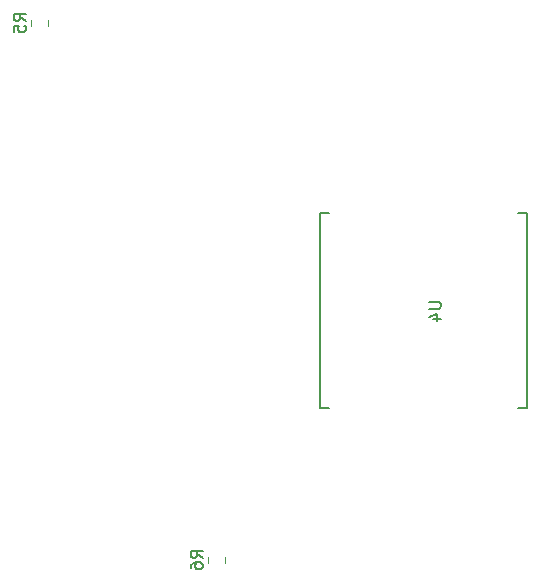
<source format=gbr>
G04 #@! TF.GenerationSoftware,KiCad,Pcbnew,(5.0.2)-1*
G04 #@! TF.CreationDate,2019-03-27T17:40:45+02:00*
G04 #@! TF.ProjectId,vent_sys,76656e74-5f73-4797-932e-6b696361645f,rev?*
G04 #@! TF.SameCoordinates,Original*
G04 #@! TF.FileFunction,Legend,Bot*
G04 #@! TF.FilePolarity,Positive*
%FSLAX46Y46*%
G04 Gerber Fmt 4.6, Leading zero omitted, Abs format (unit mm)*
G04 Created by KiCad (PCBNEW (5.0.2)-1) date 27.03.2019 17:40:45*
%MOMM*%
%LPD*%
G01*
G04 APERTURE LIST*
%ADD10C,0.150000*%
%ADD11C,0.120000*%
G04 APERTURE END LIST*
D10*
G04 #@! TO.C,U4*
X147942000Y-67442000D02*
X147192000Y-67442000D01*
X147942000Y-83942000D02*
X147942000Y-67442000D01*
X147192000Y-83942000D02*
X147942000Y-83942000D01*
X130442000Y-67442000D02*
X131192000Y-67442000D01*
X130442000Y-83942000D02*
X130442000Y-67442000D01*
X131192000Y-83942000D02*
X130442000Y-83942000D01*
D11*
G04 #@! TO.C,R5*
X105970000Y-51055748D02*
X105970000Y-51578252D01*
X107390000Y-51055748D02*
X107390000Y-51578252D01*
G04 #@! TO.C,R6*
X122376000Y-96512748D02*
X122376000Y-97035252D01*
X120956000Y-96512748D02*
X120956000Y-97035252D01*
G04 #@! TO.C,U4*
D10*
X139644380Y-74930095D02*
X140453904Y-74930095D01*
X140549142Y-74977714D01*
X140596761Y-75025333D01*
X140644380Y-75120571D01*
X140644380Y-75311047D01*
X140596761Y-75406285D01*
X140549142Y-75453904D01*
X140453904Y-75501523D01*
X139644380Y-75501523D01*
X139977714Y-76406285D02*
X140644380Y-76406285D01*
X139596761Y-76168190D02*
X140311047Y-75930095D01*
X140311047Y-76549142D01*
G04 #@! TO.C,R5*
X105482380Y-51150333D02*
X105006190Y-50817000D01*
X105482380Y-50578904D02*
X104482380Y-50578904D01*
X104482380Y-50959857D01*
X104530000Y-51055095D01*
X104577619Y-51102714D01*
X104672857Y-51150333D01*
X104815714Y-51150333D01*
X104910952Y-51102714D01*
X104958571Y-51055095D01*
X105006190Y-50959857D01*
X105006190Y-50578904D01*
X104482380Y-52055095D02*
X104482380Y-51578904D01*
X104958571Y-51531285D01*
X104910952Y-51578904D01*
X104863333Y-51674142D01*
X104863333Y-51912238D01*
X104910952Y-52007476D01*
X104958571Y-52055095D01*
X105053809Y-52102714D01*
X105291904Y-52102714D01*
X105387142Y-52055095D01*
X105434761Y-52007476D01*
X105482380Y-51912238D01*
X105482380Y-51674142D01*
X105434761Y-51578904D01*
X105387142Y-51531285D01*
G04 #@! TO.C,R6*
X120468380Y-96607333D02*
X119992190Y-96274000D01*
X120468380Y-96035904D02*
X119468380Y-96035904D01*
X119468380Y-96416857D01*
X119516000Y-96512095D01*
X119563619Y-96559714D01*
X119658857Y-96607333D01*
X119801714Y-96607333D01*
X119896952Y-96559714D01*
X119944571Y-96512095D01*
X119992190Y-96416857D01*
X119992190Y-96035904D01*
X119468380Y-97464476D02*
X119468380Y-97274000D01*
X119516000Y-97178761D01*
X119563619Y-97131142D01*
X119706476Y-97035904D01*
X119896952Y-96988285D01*
X120277904Y-96988285D01*
X120373142Y-97035904D01*
X120420761Y-97083523D01*
X120468380Y-97178761D01*
X120468380Y-97369238D01*
X120420761Y-97464476D01*
X120373142Y-97512095D01*
X120277904Y-97559714D01*
X120039809Y-97559714D01*
X119944571Y-97512095D01*
X119896952Y-97464476D01*
X119849333Y-97369238D01*
X119849333Y-97178761D01*
X119896952Y-97083523D01*
X119944571Y-97035904D01*
X120039809Y-96988285D01*
G04 #@! TD*
M02*

</source>
